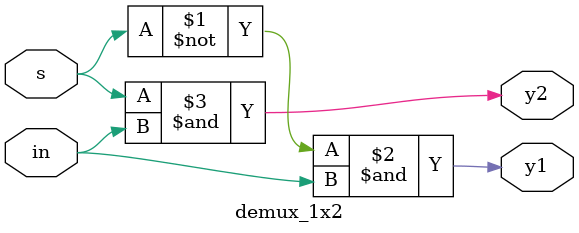
<source format=v>

module demux_1x2(y1,y2,in,s);
input in,s;
output y1,y2;
assign y1=((~s)&in);
assign y2=(s&in);
endmodule
/*
//Test Bench:

module demux_1x2_tb();
reg in,s;
wire y1,y2;
demux_1x2 d1(y1,y2,in,s);
initial
begin
$monitor($time," in=%b s=%b Y1=%b Y2=%b",in,s,y1,y2);
end
initial
begin
	in=1'b0; s=1'b0; 
	#5;
	in=1'b0; s=1'b1; 
	#5;
	in=1'b1; s=1'b0; 
	#5;
	in=1'b1; s=1'b1; 
	#5;
end
initial
begin
$dumpfile("dmux_1x2.dump");
$dumpvars(0,demux_1x2_tb);
end
endmodule
*/

</source>
